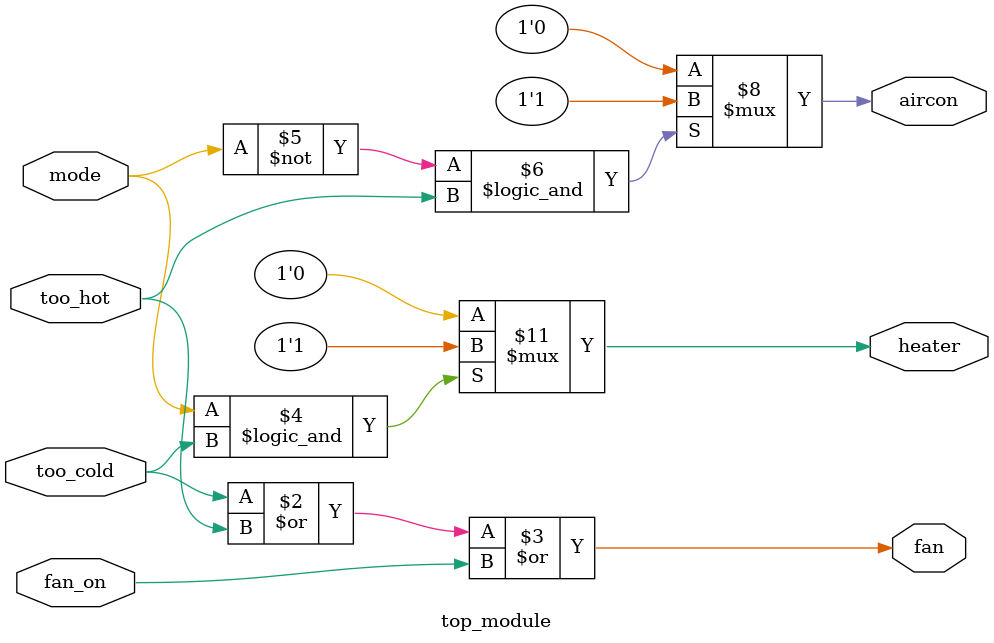
<source format=sv>
module top_module(
    input mode,
    input too_cold, 
    input too_hot,
    input fan_on,
    output reg heater,
    output reg aircon,
    output reg fan
);

always @(*) begin
    // Set the fan output
    fan = (too_cold | too_hot | fan_on);

    // Set the heater output
    if (mode && too_cold) begin
        heater = 1'b1;
    end else begin
        heater = 1'b0;
    end

    // Set the aircon output
    if (~mode && too_hot) begin
        aircon = 1'b1;
    end else begin
        aircon = 1'b0;
    end
end

endmodule

</source>
